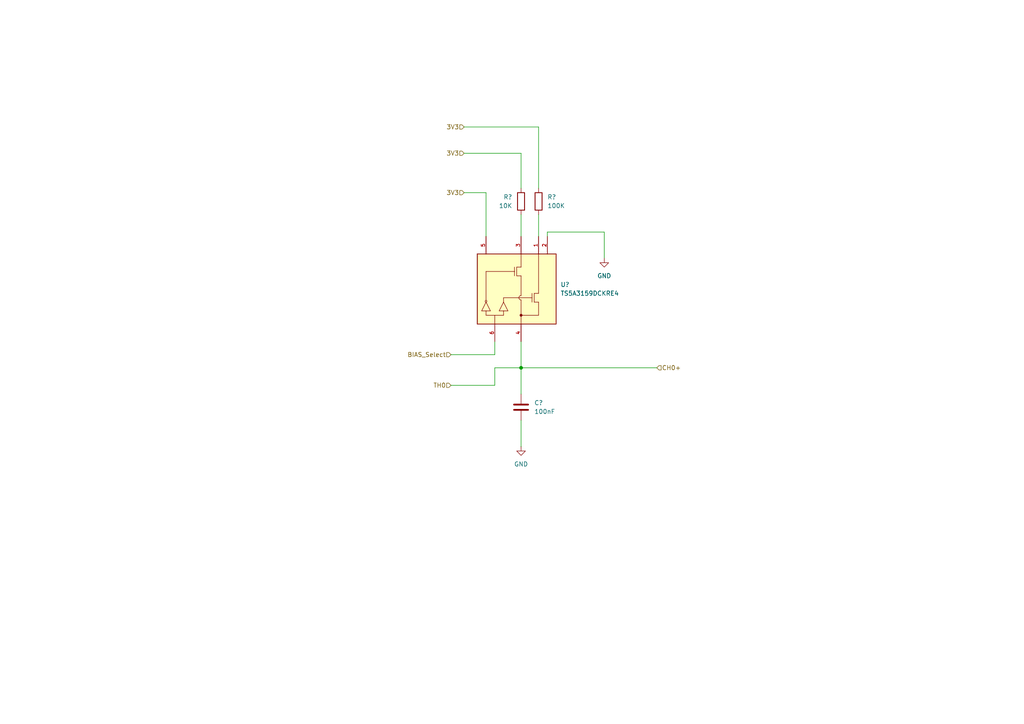
<source format=kicad_sch>
(kicad_sch (version 20250114) (generator "eeschema") (generator_version "9.0")
  (paper "A4")
  (lib_symbols
    (symbol "Device:C" (pin_numbers (hide yes)) (pin_names (offset 0.254))
      (property "Reference" "C" (at 0.635 2.54 0))
      (property "Value" "C" (at 0.635 -2.54 0))
      (symbol "C_0_1"
        (polyline (pts (xy -2.032 0.762) (xy 2.032 0.762)) (stroke (width 0.508)))
        (polyline (pts (xy -2.032 -0.762) (xy 2.032 -0.762)) (stroke (width 0.508)))
      )
      (symbol "C_1_1"
        (pin passive line (at 0 3.81 270) (length 2.794) (name "~") (number "1"))
        (pin passive line (at 0 -3.81 90) (length 2.794) (name "~") (number "2"))
      )
    )
    (symbol "Device:R" (pin_numbers (hide yes)) (pin_names (offset 0))
      (property "Reference" "R" (at 2.032 0 90))
      (property "Value" "R" (at 0 0 90))
      (symbol "R_0_1"
        (rectangle (start -1.016 -2.54) (end 1.016 2.54) (stroke (width 0.254)))
      )
      (symbol "R_1_1"
        (pin passive line (at 0 3.81 270) (length 1.27) (name "~") (number "1"))
        (pin passive line (at 0 -3.81 90) (length 1.27) (name "~") (number "2"))
      )
    )
    (symbol "TS5A3159DCKRE4:TS5A3159DCKRE4" (pin_names (offset 1.016))
      (property "Reference" "U" (at -10.16 10.922 0))
      (property "Value" "TS5A3159DCKRE4" (at -10.16 -13.462 0))
      (symbol "TS5A3159DCKRE4_0_0"
        (polyline (pts (xy -10.16 5.08) (xy -7.62 5.08)) (stroke (width 0.1524)))
        (polyline (pts (xy -10.16 -2.54) (xy -7.62 -2.54)) (stroke (width 0.1524)))
        (rectangle (start -10.16 -12.7) (end 10.16 10.16) (stroke (width 0.254)) (fill (type background)))
        (polyline (pts (xy -7.62 7.62) (xy -7.62 5.08)) (stroke (width 0.1524)))
        (polyline (pts (xy -7.62 7.62) (xy -6.35 7.62)) (stroke (width 0.1524)))
        (polyline (pts (xy -7.62 5.08) (xy -7.62 2.54)) (stroke (width 0.1524)))
        (polyline (pts (xy -7.62 2.54) (xy -6.35 2.54)) (stroke (width 0.1524)))
        (circle (center -7.62 -2.54) (radius 0.2032) (stroke (width 0.4064)))
        (polyline (pts (xy -7.62 -2.54) (xy -7.62 -7.62)) (stroke (width 0.1524)))
        (polyline (pts (xy -7.62 -2.54) (xy -3.175 -2.54)) (stroke (width 0.1524)))
        (polyline (pts (xy -7.62 -7.62) (xy -3.81 -7.62)) (stroke (width 0.1524)))
        (polyline (pts (xy -6.35 8.89) (xy -6.35 7.62)) (stroke (width 0.1524)))
        (polyline (pts (xy -6.35 7.62) (xy -6.35 6.35)) (stroke (width 0.1524)))
        (polyline (pts (xy -6.35 6.35) (xy -3.81 7.62)) (stroke (width 0.1524)))
        (polyline (pts (xy -6.35 3.81) (xy -6.35 2.54)) (stroke (width 0.1524)))
        (polyline (pts (xy -6.35 2.54) (xy -6.35 1.27)) (stroke (width 0.1524)))
        (polyline (pts (xy -6.35 1.27) (xy -3.81 2.54)) (stroke (width 0.1524)))
        (polyline (pts (xy -3.81 7.62) (xy -6.35 8.89)) (stroke (width 0.1524)))
        (polyline (pts (xy -3.81 2.54) (xy -6.35 3.81)) (stroke (width 0.1524)))
        (polyline (pts (xy -3.81 -5.715) (xy -2.54 -5.715)) (stroke (width 0.1524)))
        (polyline (pts (xy -3.81 -6.35) (xy -1.27 -6.35)) (stroke (width 0.1524)))
        (polyline (pts (xy -3.81 -7.62) (xy -3.81 -6.35)) (stroke (width 0.1524)))
        (circle (center -3.556 7.62) (radius 0.254) (stroke (width 0.1524)))
        (polyline (pts (xy -3.302 7.62) (xy 5.08 7.62)) (stroke (width 0.1524)))
        (polyline (pts (xy -2.54 2.54) (xy -3.81 2.54)) (stroke (width 0.1524)))
        (polyline (pts (xy -2.54 2.54) (xy -2.54 -1.905)) (stroke (width 0.1524)))
        (polyline (pts (xy -2.54 -1.905) (xy -2.54 -5.715)) (stroke (width 0.1524)))
        (arc (start -3.175 -2.54) (mid -2.989 -2.091) (end -2.54 -1.905) (stroke (width 0.1524)))
        (arc (start -2.54 -1.905) (mid -2.091 -2.091) (end -1.905 -2.54) (stroke (width 0.1524)))
        (polyline (pts (xy -2.54 -5.715) (xy -1.27 -5.715)) (stroke (width 0.1524)))
        (polyline (pts (xy -1.905 -2.54) (xy 3.81 -2.54)) (stroke (width 0.1524)))
        (polyline (pts (xy -1.27 -6.35) (xy -1.27 -7.62)) (stroke (width 0.1524)))
        (polyline (pts (xy 3.81 -0.635) (xy 5.08 -0.635)) (stroke (width 0.1524)))
        (polyline (pts (xy 3.81 -1.27) (xy 6.35 -1.27)) (stroke (width 0.1524)))
        (polyline (pts (xy 3.81 -2.54) (xy 3.81 -1.27)) (stroke (width 0.1524)))
        (polyline (pts (xy 5.08 7.62) (xy 5.08 -0.635)) (stroke (width 0.1524)))
        (polyline (pts (xy 5.08 -0.635) (xy 6.35 -0.635)) (stroke (width 0.1524)))
        (polyline (pts (xy 6.35 -1.27) (xy 6.35 -2.54)) (stroke (width 0.1524)))
        (polyline (pts (xy 10.16 -2.54) (xy 6.35 -2.54)) (stroke (width 0.1524)))
        (polyline (pts (xy 10.16 -7.62) (xy -1.27 -7.62)) (stroke (width 0.1524)))
        (pin input line (at -15.24 5.08 0) (length 5.08) (name "~") (number "6"))
        (pin bidirectional line (at -15.24 -2.54 0) (length 5.08) (name "~") (number "4"))
        (pin power_in line (at 15.24 7.62 180) (length 5.08) (name "~") (number "5"))
        (pin bidirectional line (at 15.24 -2.54 180) (length 5.08) (name "~") (number "3"))
        (pin bidirectional line (at 15.24 -7.62 180) (length 5.08) (name "~") (number "1"))
        (pin power_in line (at 15.24 -10.16 180) (length 5.08) (name "~") (number "2"))
      )
    )
    (symbol "power:GND" (power) (pin_numbers (hide yes)) (pin_names (offset 0) (hide yes))
      (property "Value" "GND" (at 0 -3.81 0))
      (symbol "GND_0_1"
        (polyline (pts (xy 0 0) (xy 0 -1.27) (xy 1.27 -1.27) (xy 0 -2.54) (xy -1.27 -1.27) (xy 0 -1.27)))
      )
      (symbol "GND_1_1"
        (pin power_in line (at 0 0 270) (length 0) (name "~") (number "1"))
      )
    )
  )
  (junction (at 151.13 106.68))
  (wire (pts (xy 151.13 99.06) (xy 151.13 106.68)))
  (wire (pts (xy 143.51 106.68) (xy 151.13 106.68)))
  (wire (pts (xy 158.75 68.58) (xy 158.75 67.31)))
  (wire (pts (xy 130.81 102.87) (xy 143.51 102.87)))
  (wire (pts (xy 151.13 44.45) (xy 151.13 54.61)))
  (wire (pts (xy 134.62 44.45) (xy 151.13 44.45)))
  (wire (pts (xy 156.21 36.83) (xy 156.21 54.61)))
  (wire (pts (xy 140.97 68.58) (xy 140.97 55.88)))
  (wire (pts (xy 151.13 62.23) (xy 151.13 68.58)))
  (wire (pts (xy 134.62 55.88) (xy 140.97 55.88)))
  (wire (pts (xy 143.51 106.68) (xy 143.51 111.76)))
  (wire (pts (xy 151.13 121.92) (xy 151.13 129.54)))
  (wire (pts (xy 158.75 67.31) (xy 175.26 67.31)))
  (wire (pts (xy 151.13 106.68) (xy 151.13 114.3)))
  (wire (pts (xy 151.13 106.68) (xy 190.5 106.68)))
  (wire (pts (xy 175.26 67.31) (xy 175.26 74.93)))
  (wire (pts (xy 130.81 111.76) (xy 143.51 111.76)))
  (wire (pts (xy 143.51 99.06) (xy 143.51 102.87)))
  (wire (pts (xy 134.62 36.83) (xy 156.21 36.83)))
  (wire (pts (xy 156.21 62.23) (xy 156.21 68.58)))
  (hierarchical_label "3V3" (shape input) (at 134.62 55.88 180))
  (hierarchical_label "3V3" (shape input) (at 134.62 44.45 180))
  (hierarchical_label "3V3" (shape input) (at 134.62 36.83 180))
  (hierarchical_label "TH0" (shape input) (at 130.81 111.76 180))
  (hierarchical_label "BIAS_Select" (shape input) (at 130.81 102.87 180))
  (hierarchical_label "CH0+" (shape input) (at 190.5 106.68 0))
  (symbol (lib_id "Device:C") (at 151.13 118.11 0) (unit 1)
    (property "Reference" "C?" (at 154.94 116.8399 0) (effects (justify left)))
    (property "Value" "100nF" (at 154.94 119.3799 0) (effects (justify left)))
    (property "Description" "Unpolarized capacitor" (effects (hide yes)))
    (instances (project "V1" (path "" (reference "C?") (unit 1)) (path "" (reference "C1601") (unit 1))))
  )
  (symbol (lib_id "TS5A3159DCKRE4:TS5A3159DCKRE4") (at 148.59 83.82 90) (unit 1)
    (property "Reference" "U?" (at 162.56 82.5499 90) (effects (justify right)))
    (property "Value" "TS5A3159DCKRE4" (at 162.56 85.0899 90) (effects (justify right)))
    (property "Footprint" "ThermoDAQ:SOT65P210X110-6N" (effects (hide yes)))
    (property "MF" "Texas Instruments" (effects (hide yes)))
    (property "MAXIMUM_PACKAGE_HEIGHT" "1.1mm" (effects (hide yes)))
    (property "Package" "SOT-SC70-6 Texas Instruments" (effects (hide yes)))
    (property "Price" "None" (effects (hide yes)))
    (property "Check_prices" "https://www.snapeda.com/parts/TS5A3159DCKRE4/Texas+Instruments/view-part/?ref=eda" (effects (hide yes)))
    (property "STANDARD" "IPC-7351B" (effects (hide yes)))
    (property "PARTREV" "D" (effects (hide yes)))
    (property "SnapEDA_Link" "https://www.snapeda.com/parts/TS5A3159DCKRE4/Texas+Instruments/view-part/?ref=snap" (effects (hide yes)))
    (property "MP" "TS5A3159DCKRE4" (effects (hide yes)))
    (property "Description_1" "1-?, 5-V, 2:1 (SPDT), 1-channel analog switch 6-SC70 -40 to 85" (effects (hide yes)))
    (property "Availability" "In Stock" (effects (hide yes)))
    (property "MANUFACTURER" "Texas Instruments" (effects (hide yes)))
    (instances (project "V1" (path "" (reference "U?") (unit 1)) (path "" (reference "U1601") (unit 1))))
  )
  (symbol (lib_id "Device:R") (at 151.13 58.42 0) (mirror y) (unit 1)
    (property "Reference" "R?" (at 148.59 57.1499 0) (effects (justify left)))
    (property "Value" "10K" (at 148.59 59.6899 0) (effects (justify left)))
    (property "Description" "Resistor" (effects (hide yes)))
    (instances (project "V1" (path "" (reference "R?") (unit 1)) (path "" (reference "R1601") (unit 1))))
  )
  (symbol (lib_id "power:GND") (at 175.26 74.93 0) (unit 1)
    (property "Reference" "#PWR?" (effects (hide yes)))
    (property "Value" "GND" (at 175.26 80.01 0))
    (property "Description" "Power symbol creates a global label with name \"GND\" , ground" (effects (hide yes)))
    (instances (project "V1" (path "" (reference "#PWR?") (unit 1)) (path "" (reference "#PWR01602") (unit 1))))
  )
  (symbol (lib_id "power:GND") (at 151.13 129.54 0) (unit 1)
    (property "Reference" "#PWR?" (effects (hide yes)))
    (property "Value" "GND" (at 151.13 134.62 0))
    (property "Description" "Power symbol creates a global label with name \"GND\" , ground" (effects (hide yes)))
    (instances (project "V1" (path "" (reference "#PWR?") (unit 1)) (path "" (reference "#PWR01601") (unit 1))))
  )
  (symbol (lib_id "Device:R") (at 156.21 58.42 0) (unit 1)
    (property "Reference" "R?" (at 158.75 57.1499 0) (effects (justify left)))
    (property "Value" "100K" (at 158.75 59.6899 0) (effects (justify left)))
    (property "Description" "Resistor" (effects (hide yes)))
    (instances (project "V1" (path "" (reference "R?") (unit 1)) (path "" (reference "R1602") (unit 1))))
  )
)
</source>
